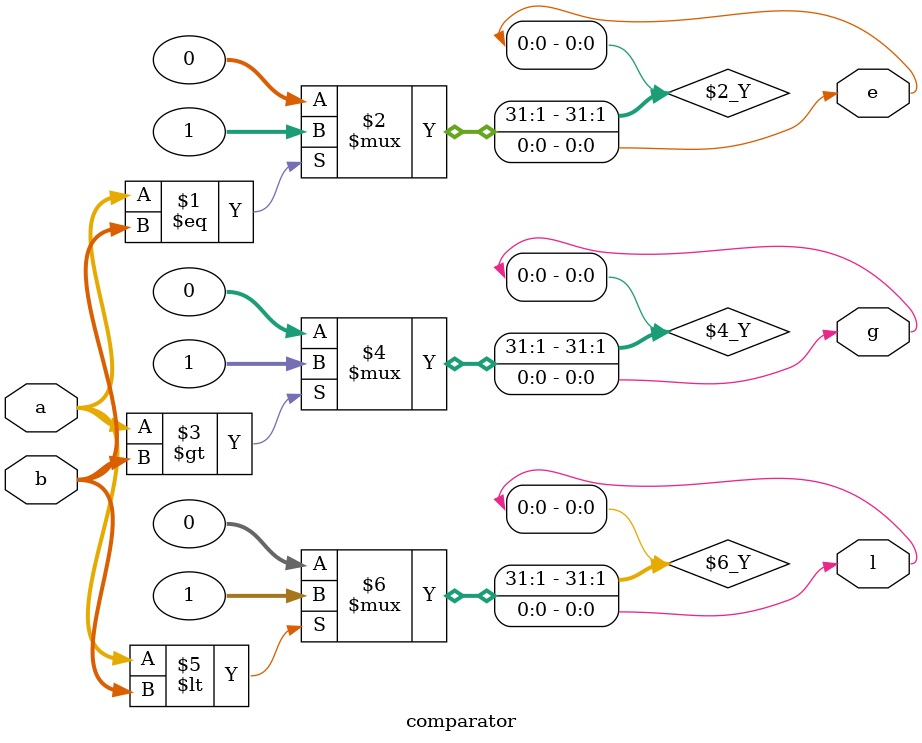
<source format=v>
module comparator(output g, e, l, input [3:0]a,b);
assign e = (a==b) ? 1 : 0;
assign g = (a>b) ? 1 : 0;
assign l = (a<b) ? 1 : 0;
endmodule 
</source>
